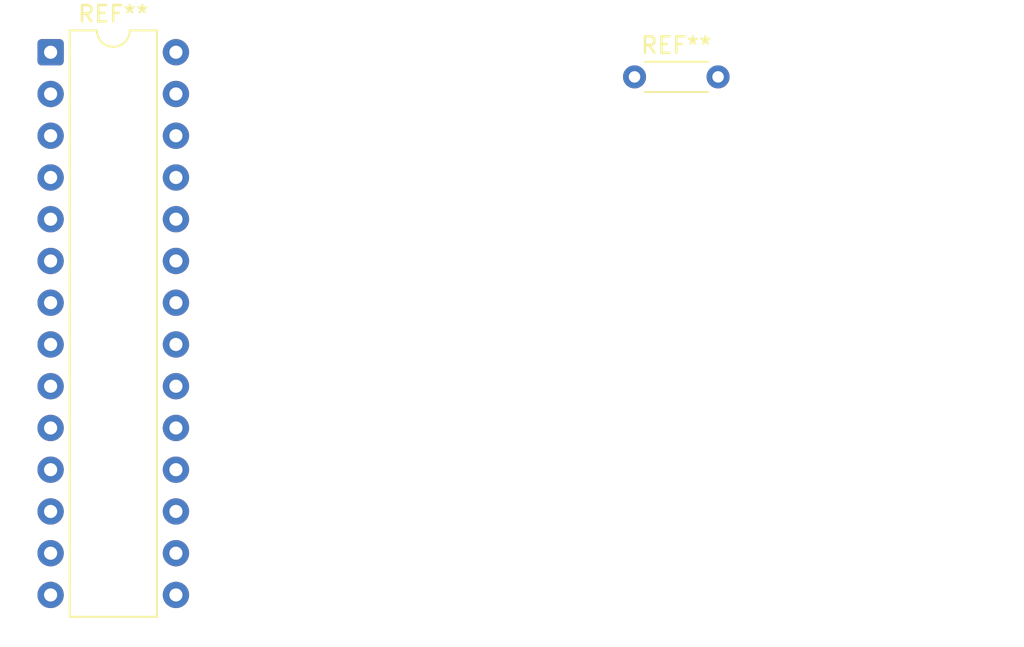
<source format=kicad_pcb>
(kicad_pcb (version 20241229) (generator "pcbnew") (generator_version "9.0")
  (layers (0 "F.Cu" signal) (2 "B.Cu" signal) (13 "F.Paste" user) (15 "B.Paste" user) (5 "F.SilkS" user "F.Silkscreen") (7 "B.SilkS" user "B.Silkscreen") (1 "F.Mask" user) (3 "B.Mask" user) (25 "Edge.Cuts" user))
  (net 0 "")
  (footprint "Package_DIP:DIP-28_W7.62mm" (layer "F.Cu") (at 110 69)
    (property "Reference" "REF**" (at 3.81 -2.33 0) (layer "F.SilkS"))
    (property "Value" "DIP-28_W7.62mm")
    (fp_line (start 1.16 -1.33) (end 1.16 34.35) (stroke (width 0.12)) (layer "F.SilkS"))
    (fp_line (start 1.16 34.35) (end 6.46 34.35) (stroke (width 0.12)) (layer "F.SilkS"))
    (fp_line (start 2.81 -1.33) (end 1.16 -1.33) (stroke (width 0.12)) (layer "F.SilkS"))
    (fp_line (start 6.46 -1.33) (end 4.81 -1.33) (stroke (width 0.12)) (layer "F.SilkS"))
    (fp_line (start 6.46 34.35) (end 6.46 -1.33) (stroke (width 0.12)) (layer "F.SilkS"))
    (fp_arc (start 4.81 -1.33) (mid 3.81 -0.33) (end 2.81 -1.33) (stroke (width 0.12)) (layer "F.SilkS"))
    (pad "1" thru_hole roundrect (at 0 0) (size 1.6 1.6) (drill 0.8) (layers "*.Cu" "*.Mask") (roundrect_rratio 0.15625))
    (pad "2" thru_hole circle (at 0 2.54) (size 1.6 1.6) (drill 0.8) (layers "*.Cu" "*.Mask"))
    (pad "3" thru_hole circle (at 0 5.08) (size 1.6 1.6) (drill 0.8) (layers "*.Cu" "*.Mask"))
    (pad "4" thru_hole circle (at 0 7.62) (size 1.6 1.6) (drill 0.8) (layers "*.Cu" "*.Mask"))
    (pad "5" thru_hole circle (at 0 10.16) (size 1.6 1.6) (drill 0.8) (layers "*.Cu" "*.Mask"))
    (pad "6" thru_hole circle (at 0 12.7) (size 1.6 1.6) (drill 0.8) (layers "*.Cu" "*.Mask"))
    (pad "7" thru_hole circle (at 0 15.24) (size 1.6 1.6) (drill 0.8) (layers "*.Cu" "*.Mask"))
    (pad "8" thru_hole circle (at 0 17.78) (size 1.6 1.6) (drill 0.8) (layers "*.Cu" "*.Mask"))
    (pad "9" thru_hole circle (at 0 20.32) (size 1.6 1.6) (drill 0.8) (layers "*.Cu" "*.Mask"))
    (pad "10" thru_hole circle (at 0 22.86) (size 1.6 1.6) (drill 0.8) (layers "*.Cu" "*.Mask"))
    (pad "11" thru_hole circle (at 0 25.4) (size 1.6 1.6) (drill 0.8) (layers "*.Cu" "*.Mask"))
    (pad "12" thru_hole circle (at 0 27.94) (size 1.6 1.6) (drill 0.8) (layers "*.Cu" "*.Mask"))
    (pad "13" thru_hole circle (at 0 30.48) (size 1.6 1.6) (drill 0.8) (layers "*.Cu" "*.Mask"))
    (pad "14" thru_hole circle (at 0 33.02) (size 1.6 1.6) (drill 0.8) (layers "*.Cu" "*.Mask"))
    (pad "15" thru_hole circle (at 7.62 33.02) (size 1.6 1.6) (drill 0.8) (layers "*.Cu" "*.Mask"))
    (pad "16" thru_hole circle (at 7.62 30.48) (size 1.6 1.6) (drill 0.8) (layers "*.Cu" "*.Mask"))
    (pad "17" thru_hole circle (at 7.62 27.94) (size 1.6 1.6) (drill 0.8) (layers "*.Cu" "*.Mask"))
    (pad "18" thru_hole circle (at 7.62 25.4) (size 1.6 1.6) (drill 0.8) (layers "*.Cu" "*.Mask"))
    (pad "19" thru_hole circle (at 7.62 22.86) (size 1.6 1.6) (drill 0.8) (layers "*.Cu" "*.Mask"))
    (pad "20" thru_hole circle (at 7.62 20.32) (size 1.6 1.6) (drill 0.8) (layers "*.Cu" "*.Mask"))
    (pad "21" thru_hole circle (at 7.62 17.78) (size 1.6 1.6) (drill 0.8) (layers "*.Cu" "*.Mask"))
    (pad "22" thru_hole circle (at 7.62 15.24) (size 1.6 1.6) (drill 0.8) (layers "*.Cu" "*.Mask"))
    (pad "23" thru_hole circle (at 7.62 12.7) (size 1.6 1.6) (drill 0.8) (layers "*.Cu" "*.Mask"))
    (pad "24" thru_hole circle (at 7.62 10.16) (size 1.6 1.6) (drill 0.8) (layers "*.Cu" "*.Mask"))
    (pad "25" thru_hole circle (at 7.62 7.62) (size 1.6 1.6) (drill 0.8) (layers "*.Cu" "*.Mask"))
    (pad "26" thru_hole circle (at 7.62 5.08) (size 1.6 1.6) (drill 0.8) (layers "*.Cu" "*.Mask"))
    (pad "27" thru_hole circle (at 7.62 2.54) (size 1.6 1.6) (drill 0.8) (layers "*.Cu" "*.Mask"))
    (pad "28" thru_hole circle (at 7.62 0) (size 1.6 1.6) (drill 0.8) (layers "*.Cu" "*.Mask"))
  )
  (footprint "Resistor_THT:R_Axial_DIN0204_L3.6mm_D1.6mm_P5.08mm_Horizontal" (layer "F.Cu") (at 145.5 70.5)
    (property "Reference" "REF**" (at 2.54 -1.92 0) (layer "F.SilkS"))
    (property "Value" "R_Axial_DIN0204_L3.6mm_D1.6mm_P5.08mm_Horizontal")
    (fp_line (start 0.62 -0.92) (end 4.46 -0.92) (stroke (width 0.12)) (layer "F.SilkS"))
    (fp_line (start 0.62 0.92) (end 4.46 0.92) (stroke (width 0.12)) (layer "F.SilkS"))
    (pad "1" thru_hole circle (at 0 0) (size 1.4 1.4) (drill 0.7) (layers "*.Cu" "*.Mask"))
    (pad "2" thru_hole circle (at 5.08 0) (size 1.4 1.4) (drill 0.7) (layers "*.Cu" "*.Mask"))
  )
)
</source>
